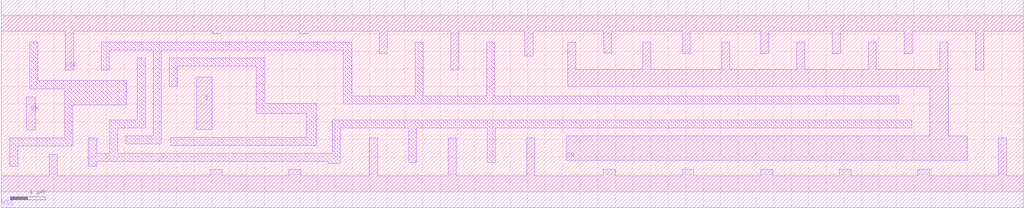
<source format=lef>
# Copyright 2022 GlobalFoundries PDK Authors
#
# Licensed under the Apache License, Version 2.0 (the "License");
# you may not use this file except in compliance with the License.
# You may obtain a copy of the License at
#
#      http://www.apache.org/licenses/LICENSE-2.0
#
# Unless required by applicable law or agreed to in writing, software
# distributed under the License is distributed on an "AS IS" BASIS,
# WITHOUT WARRANTIES OR CONDITIONS OF ANY KIND, either express or implied.
# See the License for the specific language governing permissions and
# limitations under the License.

MACRO gf180mcu_fd_sc_mcu9t5v0__invz_12
  CLASS core ;
  FOREIGN gf180mcu_fd_sc_mcu9t5v0__invz_12 0.0 0.0 ;
  ORIGIN 0 0 ;
  SYMMETRY X Y ;
  SITE GF018hv5v_green_sc9 ;
  SIZE 29.12 BY 5.04 ;
  PIN EN
    DIRECTION INPUT ;
    ANTENNAGATEAREA 3.384 ;
    PORT
      LAYER METAL1 ;
        POLYGON 0.71 1.77 0.97 1.77 0.97 2.71 0.71 2.71  ;
    END
  END EN
  PIN I
    DIRECTION INPUT ;
    ANTENNAGATEAREA 5.076 ;
    PORT
      LAYER METAL1 ;
        POLYGON 5.57 1.785 6.01 1.785 6.01 3.27 5.57 3.27  ;
    END
  END I
  PIN ZN
    DIRECTION OUTPUT ;
    ANTENNADIFFAREA 10.2744 ;
    PORT
      LAYER METAL1 ;
        POLYGON 16.14 3.01 25.57 3.01 25.94 3.01 26.45 3.01 26.45 1.595 16.09 1.595 16.09 0.895 27.52 0.895 27.52 1.595 26.98 1.595 26.98 3.01 26.97 3.01 26.97 4.28 26.735 4.28 26.735 3.49 25.94 3.49 25.57 3.49 24.93 3.49 24.93 4.28 24.7 4.28 24.7 3.49 22.89 3.49 22.89 4.28 22.66 4.28 22.66 3.49 20.75 3.49 20.75 4.28 20.52 4.28 20.52 3.49 18.51 3.49 18.51 4.28 18.28 4.28 18.28 3.49 16.37 3.49 16.37 4.28 16.14 4.28  ;
    END
  END ZN
  PIN VDD
    DIRECTION INOUT ;
    USE power ;
    SHAPE ABUTMENT ;
    PORT
      LAYER METAL1 ;
        POLYGON 0 4.59 1.83 4.59 1.83 3.47 2.06 3.47 2.06 4.59 6.03 4.59 6.03 4.51 6.26 4.51 6.26 4.59 8.51 4.59 8.51 4.51 8.74 4.51 8.74 4.59 10.77 4.59 10.77 3.95 11 3.95 11 4.59 12.81 4.59 12.81 3.47 13.04 3.47 13.04 4.59 14.92 4.59 14.92 3.88 15.15 3.88 15.15 4.59 17.16 4.59 17.16 3.96 17.39 3.96 17.39 4.59 19.4 4.59 19.4 3.94 19.63 3.94 19.63 4.59 21.64 4.59 21.64 3.94 21.87 3.94 21.87 4.59 23.68 4.59 23.68 3.94 23.91 3.94 23.91 4.59 25.57 4.59 25.72 4.59 25.72 3.94 25.94 3.94 25.95 3.94 25.95 4.59 27.76 4.59 27.76 3.47 27.99 3.47 27.99 4.59 29.12 4.59 29.12 5.49 25.94 5.49 25.57 5.49 0 5.49  ;
    END
  END VDD
  PIN VSS
    DIRECTION INOUT ;
    USE ground ;
    SHAPE ABUTMENT ;
    PORT
      LAYER METAL1 ;
        POLYGON 0 -0.45 29.12 -0.45 29.12 0.45 28.64 0.45 28.64 1.54 28.41 1.54 28.41 0.45 26.455 0.45 26.455 0.635 26.115 0.635 26.115 0.45 24.215 0.45 24.215 0.635 23.875 0.635 23.875 0.45 21.975 0.45 21.975 0.635 21.635 0.635 21.635 0.45 19.735 0.45 19.735 0.635 19.395 0.635 19.395 0.45 17.495 0.45 17.495 0.635 17.155 0.635 17.155 0.45 15.2 0.45 15.2 1.54 14.97 1.54 14.97 0.45 12.96 0.45 12.96 1.54 12.73 1.54 12.73 0.45 10.72 0.45 10.72 1.54 10.49 1.54 10.49 0.45 8.535 0.45 8.535 0.635 8.195 0.635 8.195 0.45 6.295 0.45 6.295 0.635 5.955 0.635 5.955 0.45 1.595 0.45 1.595 1.07 1.365 1.07 1.365 0.45 0 0.45  ;
    END
  END VSS
  OBS
      LAYER METAL1 ;
        POLYGON 0.81 2.94 1.805 2.94 1.805 1.54 0.245 1.54 0.245 0.73 0.475 0.73 0.475 1.31 2.035 1.31 2.035 2.48 3.575 2.48 3.575 3.17 1.04 3.17 1.04 4.28 0.81 4.28  ;
        POLYGON 4.79 3.01 5.02 3.01 5.02 3.59 7.27 3.59 7.27 2.23 8.69 2.23 8.69 1.555 4.835 1.555 4.835 1.325 8.975 1.325 8.975 2.525 7.5 2.525 7.5 3.82 4.79 3.82  ;
        POLYGON 2.85 3.47 3.08 3.47 3.08 4.05 4.33 4.05 4.33 1.595 3.55 1.595 3.55 1.365 4.56 1.365 4.56 4.05 9.75 4.05 9.75 2.505 25.57 2.505 25.57 2.735 14.06 2.735 14.06 4.28 13.83 4.28 13.83 2.735 12.02 2.735 12.02 4.28 11.79 4.28 11.79 2.735 9.98 2.735 9.98 4.28 2.85 4.28  ;
        POLYGON 2.485 0.73 2.715 0.73 2.715 0.865 9.315 0.865 9.315 0.815 9.66 0.815 9.66 1.825 11.61 1.825 11.61 0.84 11.84 0.84 11.84 1.825 13.85 1.825 13.85 0.84 14.08 0.84 14.08 1.825 25.94 1.825 25.94 2.055 9.43 2.055 9.43 1.095 3.32 1.095 3.32 1.825 4.1 1.825 4.1 3.82 3.87 3.82 3.87 2.055 3.09 2.055 3.09 1.095 2.715 1.095 2.715 1.54 2.485 1.54  ;
  END
END gf180mcu_fd_sc_mcu9t5v0__invz_12

</source>
